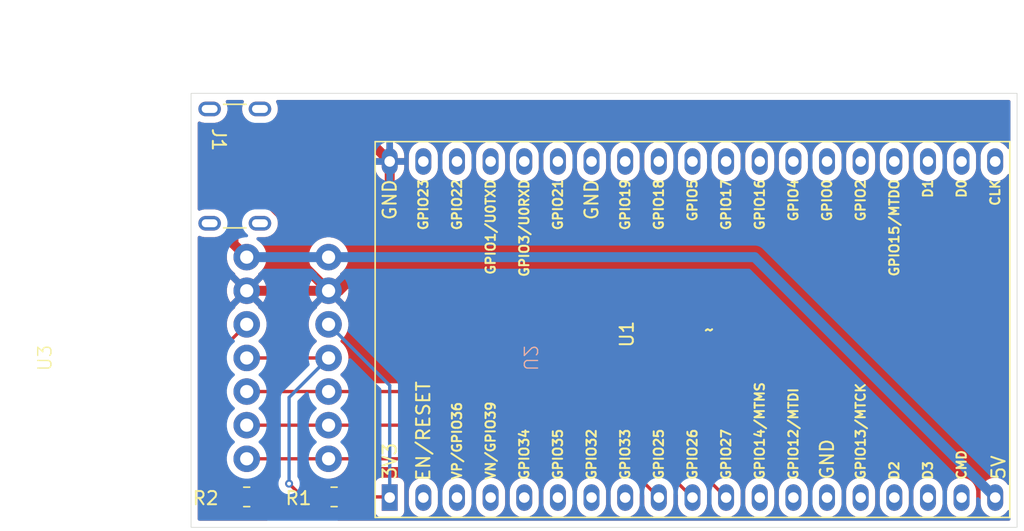
<source format=kicad_pcb>
(kicad_pcb (version 20241229) (generator "pcbnew") (generator_version "9.0")
  (layers (0 "F.Cu" signal) (2 "B.Cu" signal) (13 "F.Paste" user) (15 "B.Paste" user) (5 "F.SilkS" user "F.Silkscreen") (7 "B.SilkS" user "B.Silkscreen") (1 "F.Mask" user) (3 "B.Mask" user) (25 "Edge.Cuts" user))
  (net 0 "")
  (net 1 "+3V3")
  (net 2 "Net-(U2-GAIN)")
  (net 5 "/I2S:Din")
  (net 9 "+5V")
  (net 16 "/I2S:LRC")
  (net 18 "/I2S:BCLK")
  (net 23 "GND")
  (net 26 "Net-(U3-SD)")
  (footprint "PCM_Espressif:ESP32-DevKitC" (layer "F.Cu") (at 100.09656 69.45 90)
    (property "Reference" "U1" (at 12.35 17.90344 90) (layer "F.SilkS"))
    (property "Value" "~" (at 12.7 24.13 0) (layer "F.SilkS"))
    (fp_line (start 26.9 -1.1) (end -1.499999 -1.1) (stroke (width 0.12)) (layer "F.SilkS"))
    (fp_line (start -1.499999 -1.1) (end -1.5 46.82) (stroke (width 0.12)) (layer "F.SilkS"))
    (fp_line (start 26.899999 46.82) (end 26.9 -1.1) (stroke (width 0.12)) (layer "F.SilkS"))
    (fp_line (start -1.5 46.82) (end 26.899999 46.82) (stroke (width 0.12)) (layer "F.SilkS"))
    (fp_text user "GPIO26" (at 1.27 22.86 90) (layer "F.SilkS") (effects (font (size 0.7 0.7)) (justify left)))
    (fp_text user "GPIO17" (at 24.13 25.4 90) (layer "F.SilkS") (effects (font (size 0.7 0.7)) (justify right)))
    (fp_text user "GPIO4" (at 24.13 30.48 90) (layer "F.SilkS") (effects (font (size 0.7 0.7)) (justify right)))
    (fp_text user "CMD" (at 1.27 43.18 90) (layer "F.SilkS") (effects (font (size 0.7 0.7)) (justify left)))
    (fp_text user "GND" (at 24.13 15.24 90) (layer "F.SilkS") (effects (justify right)))
    (fp_text user "GPIO19" (at 24.13 17.78 90) (layer "F.SilkS") (effects (font (size 0.7 0.7)) (justify right)))
    (fp_text user "D1" (at 24.13 40.64 90) (layer "F.SilkS") (effects (font (size 0.7 0.7)) (justify right)))
    (fp_text user "3V3" (at 1.27 0 90) (layer "F.SilkS") (effects (justify left)))
    (fp_text user "GPIO12/MTDI" (at 1.27 30.48 90) (layer "F.SilkS") (effects (font (size 0.7 0.7)) (justify left)))
    (fp_text user "GPIO5" (at 24.13 22.86 90) (layer "F.SilkS") (effects (font (size 0.7 0.7)) (justify right)))
    (fp_text user "EN/RESET" (at 8.88632 2.53728 90) (layer "F.SilkS") (effects (justify right)))
    (fp_text user "GPIO22" (at 24.13 5.08 90) (layer "F.SilkS") (effects (font (size 0.7 0.7)) (justify right)))
    (fp_text user "GPIO25" (at 1.27 20.32 90) (layer "F.SilkS") (effects (font (size 0.7 0.7)) (justify left)))
    (fp_text user "VN/GPIO39" (at 1.27 7.62 90) (layer "F.SilkS") (effects (font (size 0.7 0.7)) (justify left)))
    (fp_text user "GPIO27" (at 1.27 25.4 90) (layer "F.SilkS") (effects (font (size 0.7 0.7)) (justify left)))
    (fp_text user "GPIO13/MTCK" (at 1.27 35.56 90) (layer "F.SilkS") (effects (font (size 0.7 0.7)) (justify left)))
    (fp_text user "GPIO32" (at 1.27 15.24 90) (layer "F.SilkS") (effects (font (size 0.7 0.7)) (justify left)))
    (fp_text user "VP/GPIO36" (at 1.27 5.08 90) (layer "F.SilkS") (effects (font (size 0.7 0.7)) (justify left)))
    (fp_text user "GPIO3/U0RXD" (at 24.13 10.16 90) (layer "F.SilkS") (effects (font (size 0.7 0.7)) (justify right)))
    (fp_text user "GND" (at 1.27 33.02 90) (layer "F.SilkS") (effects (justify left)))
    (fp_text user "GPIO1/U0TXD" (at 24.13 7.62 90) (layer "F.SilkS") (effects (font (size 0.7 0.7)) (justify right)))
    (fp_text user "CLK" (at 24.13 45.72 90) (layer "F.SilkS") (effects (font (size 0.7 0.7)) (justify right)))
    (fp_text user "D0" (at 24.13 43.18 90) (layer "F.SilkS") (effects (font (size 0.7 0.7)) (justify right)))
    (fp_text user "GPIO2" (at 24.13 35.56 90) (layer "F.SilkS") (effects (font (size 0.7 0.7)) (justify right)))
    (fp_text user "GPIO34" (at 1.27 10.16 90) (layer "F.SilkS") (effects (font (size 0.7 0.7)) (justify left)))
    (fp_text user "GPIO21" (at 24.13 12.7 90) (layer "F.SilkS") (effects (font (size 0.7 0.7)) (justify right)))
    (fp_text user "GND" (at 24.13 0 90) (layer "F.SilkS") (effects (justify right)))
    (fp_text user "GPIO16" (at 24.13 27.94 90) (layer "F.SilkS") (effects (font (size 0.7 0.7)) (justify right)))
    (fp_text user "GPIO23" (at 24.13 2.54 90) (layer "F.SilkS") (effects (font (size 0.7 0.7)) (justify right)))
    (fp_text user "GPIO14/MTMS" (at 1.27 27.94 90) (layer "F.SilkS") (effects (font (size 0.7 0.7)) (justify left)))
    (fp_text user "5V" (at 1.26632 45.97128 90) (layer "F.SilkS") (effects (justify left)))
    (fp_text user "D3" (at 1.27 40.64 90) (layer "F.SilkS") (effects (font (size 0.7 0.7)) (justify left)))
    (fp_text user "GPIO35" (at 1.27 12.7 90) (layer "F.SilkS") (effects (font (size 0.7 0.7)) (justify left)))
    (fp_text user "GPIO33" (at 1.27 17.78 90) (layer "F.SilkS") (effects (font (size 0.7 0.7)) (justify left)))
    (fp_text user "GPIO0" (at 24.13 33.02 90) (layer "F.SilkS") (effects (font (size 0.7 0.7)) (justify right)))
    (fp_text user "GPIO18" (at 24.13 20.32 90) (layer "F.SilkS") (effects (font (size 0.7 0.7)) (justify right)))
    (fp_text user "GPIO15/MTDO" (at 24.13 38.1 90) (layer "F.SilkS") (effects (font (size 0.7 0.7)) (justify right)))
    (fp_text user "D2" (at 1.27 38.1 90) (layer "F.SilkS") (effects (font (size 0.7 0.7)) (justify left)))
    (pad "1" thru_hole rect (at 0 0) (size 1.2 2) (drill 0.8) (layers "*.Cu" "*.Mask") (net 1 "+3V3"))
    (pad "2" thru_hole oval (at 0 2.54) (size 1.2 2) (drill 0.8) (layers "*.Cu" "*.Mask"))
    (pad "3" thru_hole oval (at 0 5.08) (size 1.2 2) (drill 0.8) (layers "*.Cu" "*.Mask"))
    (pad "4" thru_hole oval (at 0 7.62) (size 1.2 2) (drill 0.8) (layers "*.Cu" "*.Mask"))
    (pad "5" thru_hole oval (at 0 10.16) (size 1.2 2) (drill 0.8) (layers "*.Cu" "*.Mask"))
    (pad "6" thru_hole oval (at 0 12.7) (size 1.2 2) (drill 0.8) (layers "*.Cu" "*.Mask"))
    (pad "7" thru_hole oval (at 0 15.24) (size 1.2 2) (drill 0.8) (layers "*.Cu" "*.Mask"))
    (pad "8" thru_hole oval (at 0 17.78) (size 1.2 2) (drill 0.8) (layers "*.Cu" "*.Mask"))
    (pad "9" thru_hole oval (at 0 20.32) (size 1.2 2) (drill 0.8) (layers "*.Cu" "*.Mask") (net 16 "/I2S:LRC"))
    (pad "10" thru_hole oval (at 0 22.86) (size 1.2 2) (drill 0.8) (layers "*.Cu" "*.Mask") (net 18 "/I2S:BCLK"))
    (pad "11" thru_hole oval (at 0 25.4) (size 1.2 2) (drill 0.8) (layers "*.Cu" "*.Mask") (net 5 "/I2S:Din"))
    (pad "12" thru_hole oval (at 0 27.94) (size 1.2 2) (drill 0.8) (layers "*.Cu" "*.Mask"))
    (pad "13" thru_hole oval (at 0 30.48) (size 1.2 2) (drill 0.8) (layers "*.Cu" "*.Mask"))
    (pad "14" thru_hole oval (at 0 33.02) (size 1.2 2) (drill 0.8) (layers "*.Cu" "*.Mask"))
    (pad "15" thru_hole oval (at 0 35.56) (size 1.2 2) (drill 0.8) (layers "*.Cu" "*.Mask"))
    (pad "16" thru_hole oval (at 0 38.1) (size 1.2 2) (drill 0.8) (layers "*.Cu" "*.Mask"))
    (pad "17" thru_hole oval (at 0 40.64) (size 1.2 2) (drill 0.8) (layers "*.Cu" "*.Mask"))
    (pad "18" thru_hole oval (at 0 43.18) (size 1.2 2) (drill 0.8) (layers "*.Cu" "*.Mask"))
    (pad "19" thru_hole oval (at 0 45.72) (size 1.2 2) (drill 0.8) (layers "*.Cu" "*.Mask") (net 9 "+5V"))
    (pad "20" thru_hole oval (at 25.39632 45.71728) (size 1.2 2) (drill 0.8) (layers "*.Cu" "*.Mask"))
    (pad "21" thru_hole oval (at 25.39632 43.17728) (size 1.2 2) (drill 0.8) (layers "*.Cu" "*.Mask"))
    (pad "22" thru_hole oval (at 25.4 40.64) (size 1.2 2) (drill 0.8) (layers "*.Cu" "*.Mask"))
    (pad "23" thru_hole oval (at 25.4 38.1) (size 1.2 2) (drill 0.8) (layers "*.Cu" "*.Mask"))
    (pad "24" thru_hole oval (at 25.4 35.56) (size 1.2 2) (drill 0.8) (layers "*.Cu" "*.Mask"))
    (pad "25" thru_hole oval (at 25.4 33.02) (size 1.2 2) (drill 0.8) (layers "*.Cu" "*.Mask"))
    (pad "26" thru_hole oval (at 25.4 30.48) (size 1.2 2) (drill 0.8) (layers "*.Cu" "*.Mask"))
    (pad "27" thru_hole oval (at 25.4 27.94) (size 1.2 2) (drill 0.8) (layers "*.Cu" "*.Mask"))
    (pad "28" thru_hole oval (at 25.4 25.4) (size 1.2 2) (drill 0.8) (layers "*.Cu" "*.Mask"))
    (pad "29" thru_hole oval (at 25.4 22.86) (size 1.2 2) (drill 0.8) (layers "*.Cu" "*.Mask"))
    (pad "30" thru_hole oval (at 25.4 20.32) (size 1.2 2) (drill 0.8) (layers "*.Cu" "*.Mask"))
    (pad "31" thru_hole oval (at 25.4 17.78) (size 1.2 2) (drill 0.8) (layers "*.Cu" "*.Mask"))
    (pad "32" thru_hole oval (at 25.4 15.24) (size 1.2 2) (drill 0.8) (layers "*.Cu" "*.Mask"))
    (pad "33" thru_hole oval (at 25.4 12.7) (size 1.2 2) (drill 0.8) (layers "*.Cu" "*.Mask"))
    (pad "34" thru_hole oval (at 25.4 10.16) (size 1.2 2) (drill 0.8) (layers "*.Cu" "*.Mask"))
    (pad "35" thru_hole oval (at 25.4 7.62) (size 1.2 2) (drill 0.8) (layers "*.Cu" "*.Mask"))
    (pad "36" thru_hole oval (at 25.4 5.08) (size 1.2 2) (drill 0.8) (layers "*.Cu" "*.Mask"))
    (pad "37" thru_hole oval (at 25.4 2.54) (size 1.2 2) (drill 0.8) (layers "*.Cu" "*.Mask"))
    (pad "38" thru_hole oval (at 25.4 0) (size 1.2 2) (drill 0.8) (layers "*.Cu" "*.Mask") (net 23 "GND"))
  )
  (footprint "Resistor_SMD:R_0805_2012Metric" (layer "F.Cu") (at 89.3 69.4 180)
    (property "Reference" "R2" (at 3.1 -0.1 0) (layer "F.SilkS"))
    (property "Value" "300K")
    (fp_line (start -0.227064 0.735) (end 0.227064 0.735) (stroke (width 0.12)) (layer "F.SilkS"))
    (fp_line (start -0.227064 -0.735) (end 0.227064 -0.735) (stroke (width 0.12)) (layer "F.SilkS"))
    (pad "1" smd roundrect (at -0.9125 0 180) (size 1.025 1.4) (layers "F.Cu" "F.Mask" "F.Paste") (roundrect_rratio 0.243902) (net 1 "+3V3"))
    (pad "2" smd roundrect (at 0.9125 0 180) (size 1.025 1.4) (layers "F.Cu" "F.Mask" "F.Paste") (roundrect_rratio 0.243902) (net 26 "Net-(U3-SD)"))
  )
  (footprint "Resistor_SMD:R_0805_2012Metric" (layer "F.Cu") (at 95.9 69.4 180)
    (property "Reference" "R1" (at 2.6875 -0.1 0) (layer "F.SilkS"))
    (property "Value" "100K")
    (fp_line (start -0.227064 0.735) (end 0.227064 0.735) (stroke (width 0.12)) (layer "F.SilkS"))
    (fp_line (start -0.227064 -0.735) (end 0.227064 -0.735) (stroke (width 0.12)) (layer "F.SilkS"))
    (pad "1" smd roundrect (at -0.9125 0 180) (size 1.025 1.4) (layers "F.Cu" "F.Mask" "F.Paste") (roundrect_rratio 0.243902) (net 1 "+3V3"))
    (pad "2" smd roundrect (at 0.9125 0 180) (size 1.025 1.4) (layers "F.Cu" "F.Mask" "F.Paste") (roundrect_rratio 0.243902) (net 2 "Net-(U2-GAIN)"))
  )
  (footprint "my_footprints:max98357" (layer "F.Cu") (at 81.68 58.9 90)
    (property "Reference" "U3" (at 0 -7.62 90) (layer "F.SilkS") (effects (font (thickness 0.1))))
    (property "Value" "~")
    (pad "1" thru_hole circle (at -7.62 7.62 90) (size 2 2) (drill 1) (layers "*.Cu" "*.Mask") (net 16 "/I2S:LRC"))
    (pad "2" thru_hole circle (at -5.08 7.62 90) (size 2 2) (drill 1) (layers "*.Cu" "*.Mask") (net 18 "/I2S:BCLK"))
    (pad "3" thru_hole circle (at -2.54 7.62 90) (size 2 2) (drill 1) (layers "*.Cu" "*.Mask") (net 5 "/I2S:Din"))
    (pad "4" thru_hole circle (at 0 7.62 90) (size 2 2) (drill 1) (layers "*.Cu" "*.Mask") (net 2 "Net-(U2-GAIN)"))
    (pad "5" thru_hole circle (at 2.54 7.62 90) (size 2 2) (drill 1) (layers "*.Cu" "*.Mask") (net 26 "Net-(U3-SD)"))
    (pad "6" thru_hole circle (at 5.08 7.62 90) (size 2 2) (drill 1) (layers "*.Cu" "*.Mask") (net 23 "GND"))
    (pad "7" thru_hole circle (at 7.62 7.62 90) (size 2 2) (drill 1) (layers "*.Cu" "*.Mask") (net 9 "+5V"))
  )
  (footprint "Connector_USB:USB_C_Receptacle_GCT_USB4125-xx-x-0190_6P_TopMnt_Horizontal" (layer "F.Cu") (at 87.3 44.4 -90)
    (property "Reference" "J1" (at -2 0.1 270) (layer "F.SilkS"))
    (property "Value" "USB_C_Receptacle_PowerOnly_6P")
    (fp_line (start -4.67 -0.25) (end -4.67 -1.95) (stroke (width 0.12)) (layer "F.SilkS"))
    (fp_line (start 4.67 -0.25) (end 4.67 -1.95) (stroke (width 0.12)) (layer "F.SilkS"))
    (pad "A5" smd roundrect (at -0.5 -3.08 270) (size 0.7 1.2) (layers "F.Cu" "F.Mask" "F.Paste"))
    (pad "A9" smd roundrect (at 1.52 -3.08 90) (size 0.76 1.2) (layers "F.Cu" "F.Mask" "F.Paste") (net 9 "+5V"))
    (pad "A12" smd roundrect (at 2.75 -3.08 90) (size 0.8 1.2) (layers "F.Cu" "F.Mask" "F.Paste") (net 23 "GND"))
    (pad "B5" smd roundrect (at 0.5 -3.08 90) (size 0.7 1.2) (layers "F.Cu" "F.Mask" "F.Paste"))
    (pad "B9" smd roundrect (at -1.52 -3.08 270) (size 0.76 1.2) (layers "F.Cu" "F.Mask" "F.Paste") (net 9 "+5V"))
    (pad "B12" smd roundrect (at -2.75 -3.08 270) (size 0.8 1.2) (layers "F.Cu" "F.Mask" "F.Paste") (net 23 "GND"))
    (pad "S1" thru_hole oval (at -4.32 -3 270) (size 1.1 1.7) (drill oval 0.6 1.2) (property pad_prop_heatsink) (layers "*.Cu" "*.Mask" "F.Paste"))
    (pad "S1" thru_hole oval (at -4.32 0.8 270) (size 1.1 1.7) (drill oval 0.6 1.2) (property pad_prop_heatsink) (layers "*.Cu" "*.Mask" "F.Paste"))
    (pad "S1" thru_hole oval (at 4.32 -3 270) (size 1.1 1.7) (drill oval 0.6 1.2) (property pad_prop_heatsink) (layers "*.Cu" "*.Mask" "F.Paste"))
    (pad "S1" thru_hole oval (at 4.32 0.8 270) (size 1.1 1.7) (drill oval 0.6 1.2) (property pad_prop_heatsink) (layers "*.Cu" "*.Mask" "F.Paste"))
  )
  (footprint "my_footprints:max98357" (layer "B.Cu") (at 103.1 58.9 90)
    (property "Reference" "U2" (at 0 7.62 270) (layer "B.SilkS") (effects (font (thickness 0.1)) (justify mirror)))
    (property "Value" "~")
    (pad "1" thru_hole circle (at -7.62 -7.62 90) (size 2 2) (drill 1) (layers "*.Cu" "*.Mask") (net 16 "/I2S:LRC"))
    (pad "2" thru_hole circle (at -5.08 -7.62 90) (size 2 2) (drill 1) (layers "*.Cu" "*.Mask") (net 18 "/I2S:BCLK"))
    (pad "3" thru_hole circle (at -2.54 -7.62 90) (size 2 2) (drill 1) (layers "*.Cu" "*.Mask") (net 5 "/I2S:Din"))
    (pad "4" thru_hole circle (at 0 -7.62 90) (size 2 2) (drill 1) (layers "*.Cu" "*.Mask") (net 2 "Net-(U2-GAIN)"))
    (pad "5" thru_hole circle (at 2.54 -7.62 90) (size 2 2) (drill 1) (layers "*.Cu" "*.Mask") (net 1 "+3V3"))
    (pad "6" thru_hole circle (at 5.08 -7.62 90) (size 2 2) (drill 1) (layers "*.Cu" "*.Mask") (net 23 "GND"))
    (pad "7" thru_hole circle (at 7.62 -7.62 90) (size 2 2) (drill 1) (layers "*.Cu" "*.Mask") (net 9 "+5V"))
  )
  (gr_rect (start 85.1 38.9) (end 147.466914 71.7) (stroke (width 0.05)) (fill no) (layer "Edge.Cuts"))
  (segment (start 100.04656 69.4) (end 100.09656 69.45) (width 0.25) (layer "F.Cu") (net 1))
  (segment (start 91.7125 70.9) (end 95.3125 70.9) (width 0.25) (layer "F.Cu") (net 1))
  (segment (start 96.8125 69.4) (end 100.04656 69.4) (width 0.25) (layer "F.Cu") (net 1))
  (segment (start 95.3125 70.9) (end 96.8125 69.4) (width 0.25) (layer "F.Cu") (net 1))
  (segment (start 90.2125 69.4) (end 91.7125 70.9) (width 0.25) (layer "F.Cu") (net 1))
  (segment (start 95.48 56.36) (end 100.09656 60.97656) (width 0.25) (layer "B.Cu") (net 1))
  (segment (start 100.09656 60.97656) (end 100.09656 69.45) (width 0.25) (layer "B.Cu") (net 1))
  (segment (start 89.3 58.9) (end 95.48 58.9) (width 0.25) (layer "F.Cu") (net 2))
  (segment (start 93.5 69.4) (end 92.5 68.4) (width 0.25) (layer "F.Cu") (net 2))
  (segment (start 94.9875 69.4) (end 93.5 69.4) (width 0.25) (layer "F.Cu") (net 2))
  (via (at 92.5 68.4) (size 0.6) (drill 0.3) (layers "F.Cu" "B.Cu") (net 2))
  (segment (start 92.5 68.4) (end 92.5 61.88) (width 0.25) (layer "B.Cu") (net 2))
  (segment (start 92.5 61.88) (end 95.48 58.9) (width 0.25) (layer "B.Cu") (net 2))
  (segment (start 117.48656 61.44) (end 125.49656 69.45) (width 0.25) (layer "F.Cu") (net 5))
  (segment (start 95.48 61.44) (end 117.48656 61.44) (width 0.25) (layer "F.Cu") (net 5))
  (segment (start 89.3 61.44) (end 95.48 61.44) (width 0.25) (layer "F.Cu") (net 5))
  (segment (start 90.38 42.88) (end 89.733076 42.88) (width 0.75) (layer "F.Cu") (net 9))
  (segment (start 91.026924 42.88) (end 91.8 43.653076) (width 0.75) (layer "F.Cu") (net 9))
  (segment (start 88.3 44.313076) (end 88.3 50.28) (width 0.75) (layer "F.Cu") (net 9))
  (segment (start 90.38 42.88) (end 91.026924 42.88) (width 0.75) (layer "F.Cu") (net 9))
  (segment (start 88.3 50.28) (end 89.3 51.28) (width 0.75) (layer "F.Cu") (net 9))
  (segment (start 91.026924 45.92) (end 90.38 45.92) (width 0.75) (layer "F.Cu") (net 9))
  (segment (start 91.8 43.653076) (end 91.8 45.146924) (width 0.75) (layer "F.Cu") (net 9))
  (segment (start 91.8 45.146924) (end 91.026924 45.92) (width 0.75) (layer "F.Cu") (net 9))
  (segment (start 89.733076 42.88) (end 88.3 44.313076) (width 0.75) (layer "F.Cu") (net 9))
  (segment (start 95.48 51.28) (end 127.64656 51.28) (width 0.75) (layer "B.Cu") (net 9))
  (segment (start 127.64656 51.28) (end 145.81656 69.45) (width 0.75) (layer "B.Cu") (net 9))
  (segment (start 89.3 51.28) (end 95.48 51.28) (width 0.75) (layer "B.Cu") (net 9))
  (segment (start 95.48 66.52) (end 117.48656 66.52) (width 0.25) (layer "F.Cu") (net 16))
  (segment (start 89.3 66.52) (end 95.48 66.52) (width 0.25) (layer "F.Cu") (net 16))
  (segment (start 117.48656 66.52) (end 120.41656 69.45) (width 0.25) (layer "F.Cu") (net 16))
  (segment (start 117.48656 63.98) (end 122.95656 69.45) (width 0.25) (layer "F.Cu") (net 18))
  (segment (start 95.48 63.98) (end 117.48656 63.98) (width 0.25) (layer "F.Cu") (net 18))
  (segment (start 89.3 63.98) (end 95.48 63.98) (width 0.25) (layer "F.Cu") (net 18))
  (segment (start 90.98 47.15) (end 92.7 48.87) (width 0.75) (layer "F.Cu") (net 23))
  (segment (start 90.38 47.15) (end 90.98 47.15) (width 0.75) (layer "F.Cu") (net 23))
  (segment (start 96.28 53.82) (end 95.48 53.82) (width 0.75) (layer "F.Cu") (net 23))
  (segment (start 92.7 51.04) (end 95.48 53.82) (width 0.75) (layer "F.Cu") (net 23))
  (segment (start 89.3 53.82) (end 95.48 53.82) (width 0.75) (layer "F.Cu") (net 23))
  (segment (start 100.09656 44.05) (end 100.09656 50.00344) (width 0.75) (layer "F.Cu") (net 23))
  (segment (start 90.38 41.65) (end 97.69656 41.65) (width 0.75) (layer "F.Cu") (net 23))
  (segment (start 100.09656 50.00344) (end 96.28 53.82) (width 0.75) (layer "F.Cu") (net 23))
  (segment (start 92.7 48.87) (end 92.7 51.04) (width 0.75) (layer "F.Cu") (net 23))
  (segment (start 97.69656 41.65) (end 100.09656 44.05) (width 0.75) (layer "F.Cu") (net 23))
  (segment (start 96.18 53.82) (end 95.48 53.82) (width 0.75) (layer "F.Cu") (net 23))
  (segment (start 86.6 59.06) (end 86.6 67.6125) (width 0.25) (layer "F.Cu") (net 26))
  (segment (start 89.3 56.36) (end 86.6 59.06) (width 0.25) (layer "F.Cu") (net 26))
  (segment (start 86.6 67.6125) (end 88.3875 69.4) (width 0.25) (layer "F.Cu") (net 26))
  (zone (net 23) (net_name "GND") (layers "F.Cu" "B.Cu") (priority 1) (connect_pads (clearance 0.5)) (min_thickness 0.25) (fill yes (thermal_gap 0.5) (thermal_bridge_width 0.5))
    (polygon (pts (xy 84 38) (xy 148 38) (xy 148 72) (xy 84.1 72)))
  )
)
</source>
